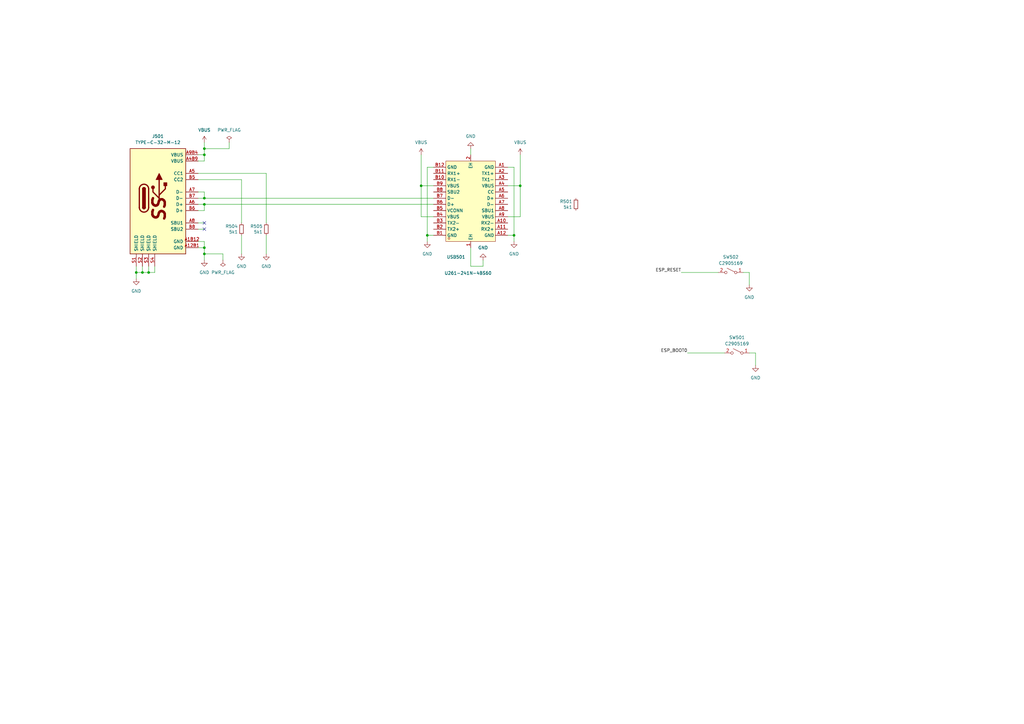
<source format=kicad_sch>
(kicad_sch (version 20231120) (generator "eeschema") (generator_version "8.0")
  (paper "A3")
  (lib_symbols
    (symbol "Switch:SW_SPST" (pin_names (offset 0) hide)
      (property "Reference" "SW" (at 0 3.175 0))
      (property "Value" "SW_SPST" (at 0 -2.54 0))
      (symbol "SW_SPST_0_0"
        (circle (center -2.032 0) (radius 0.508))
        (polyline (pts (xy -1.524 0.254) (xy 1.524 1.778)))
        (circle (center 2.032 0) (radius 0.508))
      )
      (symbol "SW_SPST_1_1"
        (pin passive line (at -5.08 0 0) (length 2.54) (name "A") (number "1"))
        (pin passive line (at 5.08 0 180) (length 2.54) (name "B") (number "2"))
      )
    )
    (symbol "power:GND" (power) (pin_names (offset 0))
      (property "Value" "GND" (at 0 -3.81 0))
      (symbol "GND_0_1"
        (polyline (pts (xy 0 0) (xy 0 -1.27) (xy 1.27 -1.27) (xy 0 -2.54) (xy -1.27 -1.27) (xy 0 -1.27)))
      )
      (symbol "GND_1_1"
        (pin power_in line (at 0 0 270) (length 0) hide (name "GND") (number "1"))
      )
    )
    (symbol "power:PWR_FLAG" (power) (pin_numbers hide) (pin_names (offset 0) hide)
      (property "Value" "PWR_FLAG" (at 0 3.81 0))
      (symbol "PWR_FLAG_0_0"
        (pin power_out line (at 0 0 90) (length 0) (name "pwr") (number "1"))
      )
      (symbol "PWR_FLAG_0_1"
        (polyline (pts (xy 0 0) (xy 0 1.27) (xy -1.016 1.905) (xy 0 2.54) (xy 1.016 1.905) (xy 0 1.27)))
      )
    )
    (symbol "power:VBUS" (power) (pin_names (offset 0))
      (property "Value" "VBUS" (at 0 3.81 0))
      (symbol "VBUS_0_1"
        (polyline (pts (xy -0.762 1.27) (xy 0 2.54)))
        (polyline (pts (xy 0 0) (xy 0 2.54)))
        (polyline (pts (xy 0 2.54) (xy 0.762 1.27)))
      )
      (symbol "VBUS_1_1"
        (pin power_in line (at 0 0 90) (length 0) hide (name "VBUS") (number "1"))
      )
    )
    (symbol "suku_basics:RES" (pin_numbers hide) (pin_names (offset 0.254) hide)
      (property "Reference" "R" (at 0.762 0.508 0))
      (symbol "RES_1_1"
        (rectangle (start -0.762 1.778) (end 0.762 -1.778) (stroke (width 0.2032)))
        (pin passive line (at 0 2.54 270) (length 0.762) (name "~") (number "1"))
        (pin passive line (at 0 -2.54 90) (length 0.762) (name "~") (number "2"))
      )
    )
    (symbol "suku_basics:U261-241N-4BS60"
      (property "Reference" "USB" (at 0 24.13 0))
      (property "Value" "U261-241N-4BS60" (at -1.27 -25.4 0))
      (symbol "U261-241N-4BS60_0_1"
        (rectangle (start -10.16 15.24) (end 10.16 -17.78) (fill (type background)))
        (circle (center 8.89 13.97) (radius 0.38))
        (pin unspecified line (at 0 17.78 270) (length 2.54) (name "EH") (number "1"))
        (pin unspecified line (at 0 -20.32 90) (length 2.54) (name "EH") (number "2"))
        (pin unspecified line (at -15.24 -15.24 0) (length 5.08) (name "GND") (number "A1"))
        (pin unspecified line (at -15.24 12.7 0) (length 5.08) (name "GND") (number "A12"))
        (pin unspecified line (at -15.24 -7.62 0) (length 5.08) (name "VBUS") (number "A4"))
        (pin unspecified line (at -15.24 -5.08 0) (length 5.08) (name "CC") (number "A5"))
        (pin unspecified line (at -15.24 -2.54 0) (length 5.08) (name "D+") (number "A6"))
        (pin unspecified line (at -15.24 0 0) (length 5.08) (name "D-") (number "A7"))
        (pin unspecified line (at -15.24 2.54 0) (length 5.08) (name "SBU1") (number "A8"))
        (pin unspecified line (at -15.24 5.08 0) (length 5.08) (name "VBUS") (number "A9"))
        (pin unspecified line (at 15.24 12.7 180) (length 5.08) (name "GND") (number "B1"))
        (pin unspecified line (at 15.24 -15.24 180) (length 5.08) (name "GND") (number "B12"))
        (pin unspecified line (at 15.24 5.08 180) (length 5.08) (name "VBUS") (number "B4"))
        (pin unspecified line (at 15.24 2.54 180) (length 5.08) (name "VCONN") (number "B5"))
        (pin unspecified line (at 15.24 0 180) (length 5.08) (name "D+") (number "B6"))
        (pin unspecified line (at 15.24 -2.54 180) (length 5.08) (name "D-") (number "B7"))
        (pin unspecified line (at 15.24 -5.08 180) (length 5.08) (name "SBU2") (number "B8"))
        (pin unspecified line (at 15.24 -7.62 180) (length 5.08) (name "VBUS") (number "B9"))
      )
      (symbol "U261-241N-4BS60_1_1"
        (pin unspecified line (at -15.24 7.62 0) (length 5.08) (name "RX2-") (number "A10"))
        (pin unspecified line (at -15.24 10.16 0) (length 5.08) (name "RX2+") (number "A11"))
        (pin unspecified line (at -15.24 -12.7 0) (length 5.08) (name "TX1+") (number "A2"))
        (pin unspecified line (at -15.24 -10.16 0) (length 5.08) (name "TX1-") (number "A3"))
        (pin unspecified line (at 15.24 -10.16 180) (length 5.08) (name "RX1-") (number "B10"))
        (pin unspecified line (at 15.24 -12.7 180) (length 5.08) (name "RX1+") (number "B11"))
        (pin unspecified line (at 15.24 10.16 180) (length 5.08) (name "TX2+") (number "B2"))
        (pin unspecified line (at 15.24 7.62 180) (length 5.08) (name "TX2-") (number "B3"))
      )
    )
    (symbol "suku_basics:USB_C_TYPE-C-32-M-12" (pin_names (offset 1.016))
      (property "Reference" "J" (at -10.16 44.45 0))
      (property "Value" "TYPE-C-32-M-12" (at 10.16 44.45 0))
      (symbol "USB_C_TYPE-C-32-M-12_0_0"
        (text "SS" (at -0.762 -4.445 900) (effects (font (size 5.08 5.08) (bold yes) (italic yes))))
      )
      (symbol "USB_C_TYPE-C-32-M-12_0_1"
        (rectangle (start -12.7 20.32) (end 10.16 -22.86) (stroke (width 0.254)) (fill (type background)))
        (arc (start -8.89 -3.81) (mid -6.985 -5.7067) (end -5.08 -3.81) (stroke (width 0.508)))
        (arc (start -7.62 -3.81) (mid -6.985 -4.4423) (end -6.35 -3.81) (stroke (width 0.254)))
        (arc (start -7.62 -3.81) (mid -6.985 -4.4423) (end -6.35 -3.81) (stroke (width 0.254)) (fill (type outline)))
        (rectangle (start -7.62 -3.81) (end -6.35 3.81) (stroke (width 0.254)) (fill (type outline)))
        (arc (start -6.35 3.81) (mid -6.985 4.4423) (end -7.62 3.81) (stroke (width 0.254)))
        (arc (start -6.35 3.81) (mid -6.985 4.4423) (end -7.62 3.81) (stroke (width 0.254)) (fill (type outline)))
        (arc (start -5.08 3.81) (mid -6.985 5.7067) (end -8.89 3.81) (stroke (width 0.508)))
        (circle (center -3.302 4.445) (radius 0.635) (stroke (width 0.254)) (fill (type outline)))
        (polyline (pts (xy -8.89 -3.81) (xy -8.89 3.81)) (stroke (width 0.508)))
        (polyline (pts (xy -5.08 3.81) (xy -5.08 -3.81)) (stroke (width 0.508)))
        (polyline (pts (xy -0.762 -1.27) (xy -0.762 7.62)) (stroke (width 0.508)))
        (polyline (pts (xy -0.762 0) (xy -3.302 2.54) (xy -3.302 3.81)) (stroke (width 0.508)))
        (polyline (pts (xy -0.762 1.27) (xy 1.778 3.81) (xy 1.778 5.08)) (stroke (width 0.508)))
        (polyline (pts (xy -2.032 7.62) (xy -0.762 10.16) (xy 0.508 7.62) (xy -2.032 7.62)) (stroke (width 0.254)) (fill (type outline)))
        (rectangle (start 1.143 5.08) (end 2.413 6.35) (stroke (width 0.254)) (fill (type outline)))
      )
      (symbol "USB_C_TYPE-C-32-M-12_1_1"
        (pin power_in line (at 15.24 -20.32 180) (length 5.08) (name "GND") (number "A12B1"))
        (pin power_in line (at 15.24 -17.78 180) (length 5.08) (name "GND") (number "A1B12"))
        (pin power_in line (at 15.24 15.24 180) (length 5.08) (name "VBUS") (number "A4B9"))
        (pin bidirectional line (at 15.24 10.16 180) (length 5.08) (name "CC1") (number "A5"))
        (pin bidirectional line (at 15.24 -2.54 180) (length 5.08) (name "D+") (number "A6"))
        (pin bidirectional line (at 15.24 2.54 180) (length 5.08) (name "D-") (number "A7"))
        (pin bidirectional line (at 15.24 -10.16 180) (length 5.08) (name "SBU1") (number "A8"))
        (pin power_in line (at 15.24 17.78 180) (length 5.08) (name "VBUS") (number "A9B4"))
        (pin bidirectional line (at 15.24 7.62 180) (length 5.08) (name "CC2") (number "B5"))
        (pin bidirectional line (at 15.24 -5.08 180) (length 5.08) (name "D+") (number "B6"))
        (pin bidirectional line (at 15.24 0 180) (length 5.08) (name "D-") (number "B7"))
        (pin bidirectional line (at 15.24 -12.7 180) (length 5.08) (name "SBU2") (number "B8"))
        (pin passive line (at -10.16 -27.94 90) (length 5.08) (name "SHIELD") (number "S1"))
        (pin passive line (at -7.62 -27.94 90) (length 5.08) (name "SHIELD") (number "S2"))
        (pin passive line (at -5.08 -27.94 90) (length 5.08) (name "SHIELD") (number "S3"))
        (pin passive line (at -2.54 -27.94 90) (length 5.08) (name "SHIELD") (number "S4"))
      )
    )
  )
  (junction (at 210.82 96.52))
  (junction (at 175.26 96.52))
  (junction (at 83.82 83.82))
  (junction (at 60.96 111.76))
  (junction (at 213.36 76.2))
  (junction (at 83.82 101.6))
  (junction (at 83.82 81.28))
  (junction (at 83.82 104.14))
  (junction (at 58.42 111.76))
  (junction (at 172.72 76.2))
  (junction (at 83.82 60.96))
  (junction (at 83.82 63.5))
  (junction (at 55.88 111.76))
  (no_connect (at 83.82 91.44))
  (no_connect (at 83.82 93.98))
  (wire (pts (xy 175.26 96.52) (xy 175.26 68.58)))
  (wire (pts (xy 55.88 109.22) (xy 55.88 111.76)))
  (wire (pts (xy 60.96 109.22) (xy 60.96 111.76)))
  (wire (pts (xy 83.82 60.96) (xy 83.82 58.42)))
  (wire (pts (xy 109.22 96.52) (xy 109.22 104.14)))
  (wire (pts (xy 213.36 63.5) (xy 213.36 76.2)))
  (wire (pts (xy 213.36 88.9) (xy 213.36 76.2)))
  (wire (pts (xy 81.28 91.44) (xy 83.82 91.44)))
  (wire (pts (xy 307.34 116.84) (xy 307.34 111.76)))
  (wire (pts (xy 172.72 63.5) (xy 172.72 76.2)))
  (wire (pts (xy 309.88 144.78) (xy 307.34 144.78)))
  (wire (pts (xy 83.82 81.28) (xy 177.8 81.28)))
  (wire (pts (xy 83.82 104.14) (xy 83.82 106.68)))
  (wire (pts (xy 175.26 96.52) (xy 177.8 96.52)))
  (wire (pts (xy 55.88 111.76) (xy 58.42 111.76)))
  (wire (pts (xy 91.44 106.68) (xy 91.44 104.14)))
  (wire (pts (xy 175.26 99.06) (xy 175.26 96.52)))
  (wire (pts (xy 93.98 58.42) (xy 93.98 60.96)))
  (wire (pts (xy 81.28 71.12) (xy 109.22 71.12)))
  (wire (pts (xy 83.82 99.06) (xy 83.82 101.6)))
  (wire (pts (xy 175.26 68.58) (xy 177.8 68.58)))
  (wire (pts (xy 81.28 81.28) (xy 83.82 81.28)))
  (wire (pts (xy 213.36 76.2) (xy 208.28 76.2)))
  (wire (pts (xy 83.82 63.5) (xy 83.82 60.96)))
  (wire (pts (xy 81.28 86.36) (xy 83.82 86.36)))
  (wire (pts (xy 81.28 101.6) (xy 83.82 101.6)))
  (wire (pts (xy 81.28 78.74) (xy 83.82 78.74)))
  (wire (pts (xy 99.06 91.44) (xy 99.06 73.66)))
  (wire (pts (xy 83.82 86.36) (xy 83.82 83.82)))
  (wire (pts (xy 58.42 111.76) (xy 60.96 111.76)))
  (wire (pts (xy 99.06 96.52) (xy 99.06 104.14)))
  (wire (pts (xy 91.44 104.14) (xy 83.82 104.14)))
  (wire (pts (xy 83.82 83.82) (xy 177.8 83.82)))
  (wire (pts (xy 99.06 73.66) (xy 81.28 73.66)))
  (wire (pts (xy 81.28 66.04) (xy 83.82 66.04)))
  (wire (pts (xy 60.96 111.76) (xy 63.5 111.76)))
  (wire (pts (xy 58.42 109.22) (xy 58.42 111.76)))
  (wire (pts (xy 281.94 144.78) (xy 297.18 144.78)))
  (wire (pts (xy 210.82 96.52) (xy 210.82 68.58)))
  (wire (pts (xy 81.28 93.98) (xy 83.82 93.98)))
  (wire (pts (xy 210.82 96.52) (xy 208.28 96.52)))
  (wire (pts (xy 109.22 71.12) (xy 109.22 91.44)))
  (wire (pts (xy 81.28 99.06) (xy 83.82 99.06)))
  (wire (pts (xy 83.82 66.04) (xy 83.82 63.5)))
  (wire (pts (xy 55.88 111.76) (xy 55.88 114.3)))
  (wire (pts (xy 193.04 63.5) (xy 193.04 60.96)))
  (wire (pts (xy 309.88 149.86) (xy 309.88 144.78)))
  (wire (pts (xy 93.98 60.96) (xy 83.82 60.96)))
  (wire (pts (xy 193.04 109.22) (xy 193.04 101.6)))
  (wire (pts (xy 83.82 101.6) (xy 83.82 104.14)))
  (wire (pts (xy 279.4 111.76) (xy 294.64 111.76)))
  (wire (pts (xy 172.72 76.2) (xy 172.72 88.9)))
  (wire (pts (xy 63.5 111.76) (xy 63.5 109.22)))
  (wire (pts (xy 81.28 63.5) (xy 83.82 63.5)))
  (wire (pts (xy 172.72 76.2) (xy 177.8 76.2)))
  (wire (pts (xy 307.34 111.76) (xy 304.8 111.76)))
  (wire (pts (xy 198.12 109.22) (xy 193.04 109.22)))
  (wire (pts (xy 210.82 68.58) (xy 208.28 68.58)))
  (wire (pts (xy 198.12 106.68) (xy 198.12 109.22)))
  (wire (pts (xy 210.82 99.06) (xy 210.82 96.52)))
  (wire (pts (xy 81.28 83.82) (xy 83.82 83.82)))
  (wire (pts (xy 208.28 88.9) (xy 213.36 88.9)))
  (wire (pts (xy 172.72 88.9) (xy 177.8 88.9)))
  (wire (pts (xy 83.82 78.74) (xy 83.82 81.28)))
  (label "ESP_BOOT0" (at 281.94 144.78 180))
  (label "ESP_RESET" (at 279.4 111.76 180))
  (symbol (lib_id "power:GND") (at 99.06 104.14 0) (unit 1)
    (property "Reference" "#PWR0517" (effects (hide yes)))
    (property "Value" "GND" (at 99.06 109.22 0))
    (property "Description" "Power symbol creates a global label with name \"GND\" , ground" (effects (hide yes)))
  )
  (symbol (lib_id "suku_basics:RES") (at 99.06 93.98 0) (mirror y) (unit 1)
    (property "Reference" "R504" (at 97.5614 92.8116 0) (effects (justify left)))
    (property "Value" "5k1" (at 97.5614 95.123 0) (effects (justify left)))
    (property "Footprint" "suku_basics:RES_0402" (effects (hide yes)))
  )
  (symbol (lib_id "power:VBUS") (at 172.72 63.5 0) (unit 1)
    (property "Reference" "#PWR0508" (effects (hide yes)))
    (property "Value" "VBUS" (at 172.72 58.42 0))
    (property "Description" "Power symbol creates a global label with name \"VBUS\"" (effects (hide yes)))
  )
  (symbol (lib_id "suku_basics:USB_C_TYPE-C-32-M-12") (at 66.04 81.28 0) (unit 1)
    (property "Reference" "J501" (at 64.77 55.88 0))
    (property "Value" "TYPE-C-32-M-12" (at 64.77 58.42 0))
    (property "Footprint" "suku_basics:USB_C_Korean_Hroparts_TYPE-C-31-M-12" (effects (hide yes)))
    (property "Description" "USB Type-C Receptacle connector" (effects (hide yes)))
  )
  (symbol (lib_id "power:PWR_FLAG") (at 93.98 58.42 0) (unit 1)
    (property "Reference" "#FLG0501" (effects (hide yes)))
    (property "Value" "PWR_FLAG" (at 93.98 53.34 0))
    (property "Description" "Special symbol for telling ERC where power comes from" (effects (hide yes)))
  )
  (symbol (lib_id "power:GND") (at 198.12 106.68 180) (unit 1)
    (property "Reference" "#PWR0502" (effects (hide yes)))
    (property "Value" "GND" (at 198.12 101.6 0))
    (property "Description" "Power symbol creates a global label with name \"GND\" , ground" (effects (hide yes)))
  )
  (symbol (lib_id "power:VBUS") (at 83.82 58.42 0) (unit 1)
    (property "Reference" "#PWR0507" (effects (hide yes)))
    (property "Value" "VBUS" (at 83.82 53.34 0))
    (property "Description" "Power symbol creates a global label with name \"VBUS\"" (effects (hide yes)))
  )
  (symbol (lib_id "power:GND") (at 109.22 104.14 0) (unit 1)
    (property "Reference" "#PWR0516" (effects (hide yes)))
    (property "Value" "GND" (at 109.22 109.22 0))
    (property "Description" "Power symbol creates a global label with name \"GND\" , ground" (effects (hide yes)))
  )
  (symbol (lib_id "power:GND") (at 175.26 99.06 0) (unit 1)
    (property "Reference" "#PWR0505" (effects (hide yes)))
    (property "Value" "GND" (at 175.26 104.14 0))
    (property "Description" "Power symbol creates a global label with name \"GND\" , ground" (effects (hide yes)))
  )
  (symbol (lib_id "power:GND") (at 55.88 114.3 0) (unit 1)
    (property "Reference" "#PWR0503" (effects (hide yes)))
    (property "Value" "GND" (at 55.88 119.38 0))
    (property "Description" "Power symbol creates a global label with name \"GND\" , ground" (effects (hide yes)))
  )
  (symbol (lib_id "suku_basics:RES") (at 236.22 83.82 0) (mirror y) (unit 1)
    (property "Reference" "R501" (at 234.7214 82.6516 0) (effects (justify left)))
    (property "Value" "5k1" (at 234.7214 84.963 0) (effects (justify left)))
    (property "Footprint" "suku_basics:RES_0402" (effects (hide yes)))
  )
  (symbol (lib_id "suku_basics:U261-241N-4BS60") (at 193.04 83.82 180) (unit 1)
    (property "Reference" "USB501" (at 190.8459 105.41 0) (effects (justify left)))
    (property "Value" "U261-241N-4BS60" (at 201.676 112.014 0) (effects (justify left)))
    (property "Footprint" "suku_basics:USB-TYPE-C-SMD_U261-241N-4BS60" (effects (hide yes)))
    (property "LCSC Part" "C319150" (effects (hide yes)))
  )
  (symbol (lib_id "power:GND") (at 307.34 116.84 0) (mirror y) (unit 1)
    (property "Reference" "#PWR0514" (effects (hide yes)))
    (property "Value" "GND" (at 307.34 121.92 0))
  )
  (symbol (lib_id "Switch:SW_SPST") (at 299.72 111.76 0) (mirror y) (unit 1)
    (property "Reference" "SW502" (at 299.72 105.41 0))
    (property "Value" "C2905169" (at 299.72 107.95 0))
    (property "Footprint" "Button_Switch_SMD:SW_SPST_CK_RS282G05A3" (effects (hide yes)))
  )
  (symbol (lib_id "power:VBUS") (at 213.36 63.5 0) (unit 1)
    (property "Reference" "#PWR0509" (effects (hide yes)))
    (property "Value" "VBUS" (at 213.36 58.42 0))
    (property "Description" "Power symbol creates a global label with name \"VBUS\"" (effects (hide yes)))
  )
  (symbol (lib_id "power:PWR_FLAG") (at 91.44 106.68 180) (unit 1)
    (property "Reference" "#FLG0502" (effects (hide yes)))
    (property "Value" "PWR_FLAG" (at 91.44 111.76 0))
    (property "Description" "Special symbol for telling ERC where power comes from" (effects (hide yes)))
  )
  (symbol (lib_id "suku_basics:RES") (at 109.22 93.98 0) (mirror y) (unit 1)
    (property "Reference" "R505" (at 107.7214 92.8116 0) (effects (justify left)))
    (property "Value" "5k1" (at 107.7214 95.123 0) (effects (justify left)))
    (property "Footprint" "suku_basics:RES_0402" (effects (hide yes)))
  )
  (symbol (lib_id "power:GND") (at 193.04 60.96 180) (unit 1)
    (property "Reference" "#PWR0501" (effects (hide yes)))
    (property "Value" "GND" (at 193.04 55.88 0))
    (property "Description" "Power symbol creates a global label with name \"GND\" , ground" (effects (hide yes)))
  )
  (symbol (lib_id "power:GND") (at 309.88 149.86 0) (mirror y) (unit 1)
    (property "Reference" "#PWR0511" (effects (hide yes)))
    (property "Value" "GND" (at 309.88 154.94 0))
  )
  (symbol (lib_id "power:GND") (at 210.82 99.06 0) (unit 1)
    (property "Reference" "#PWR0506" (effects (hide yes)))
    (property "Value" "GND" (at 210.82 104.14 0))
    (property "Description" "Power symbol creates a global label with name \"GND\" , ground" (effects (hide yes)))
  )
  (symbol (lib_id "Switch:SW_SPST") (at 302.26 144.78 0) (mirror y) (unit 1)
    (property "Reference" "SW501" (at 302.26 138.43 0))
    (property "Value" "C2905169" (at 302.26 140.97 0))
    (property "Footprint" "Button_Switch_SMD:SW_SPST_CK_RS282G05A3" (effects (hide yes)))
  )
  (symbol (lib_id "power:GND") (at 83.82 106.68 0) (unit 1)
    (property "Reference" "#PWR0504" (effects (hide yes)))
    (property "Value" "GND" (at 83.82 111.76 0))
    (property "Description" "Power symbol creates a global label with name \"GND\" , ground" (effects (hide yes)))
  )
)
</source>
